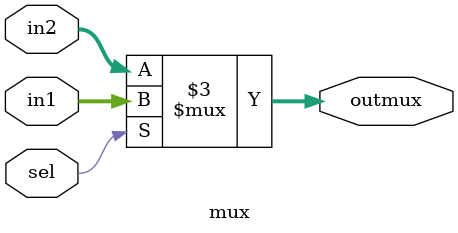
<source format=v>
module mux (
    input sel,
    input [31:0]in1,
    input [31:0]in2,
    output reg [31:0] outmux
);
always@(*)begin
    if(sel)
    outmux=in1;
    else outmux=in2;
end
endmodule //writedata
</source>
